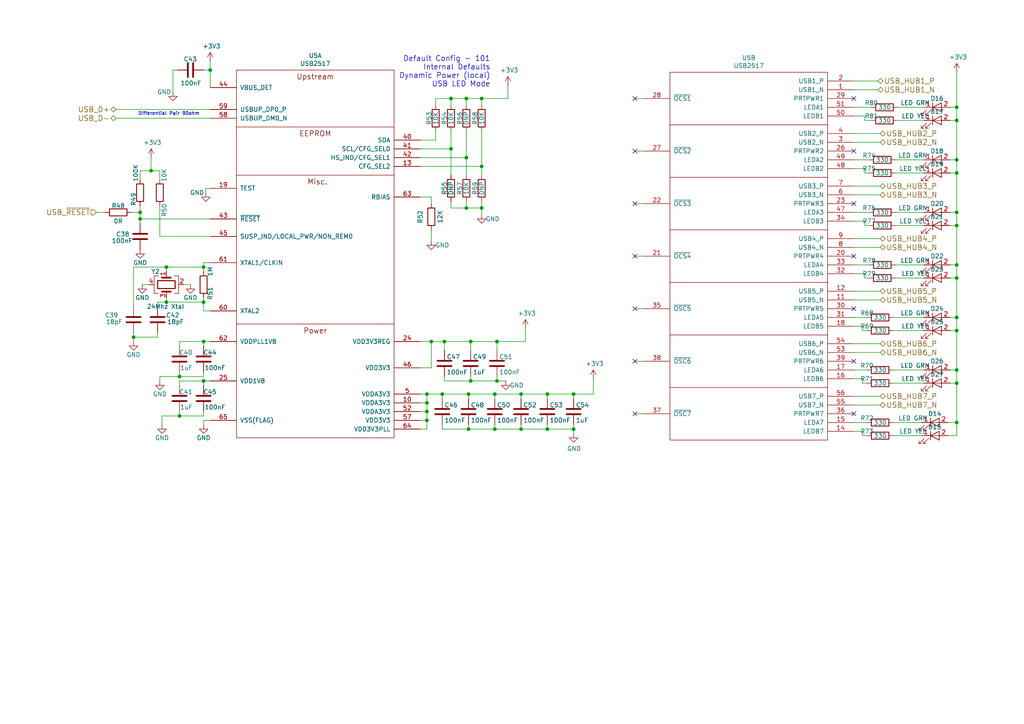
<source format=kicad_sch>
(kicad_sch (version 20211123) (generator eeschema)
  (paper "A4")
  (title_block (title "63HP HILTOP Backplane") (date "2021-02-04") (rev "C") (company "Devtank Ltd"))
  (lib_symbols
    (symbol "Device:Crystal_GND24" (pin_names (offset 1.016) hide)
      (property "Reference" "Y" (at 3.175 5.08 0))
      (property "Value" "Crystal_GND24" (at 3.175 3.175 0))
      (symbol "Crystal_GND24_0_1"
        (rectangle (start -1.143 2.54) (end 1.143 -2.54) (stroke (width 0.3048)))
        (polyline (pts (xy -2.54 0) (xy -2.032 0)))
        (polyline (pts (xy -2.032 -1.27) (xy -2.032 1.27)) (stroke (width 0.508)))
        (polyline (pts (xy 0 -3.81) (xy 0 -3.556)))
        (polyline (pts (xy 0 3.556) (xy 0 3.81)))
        (polyline (pts (xy 2.032 -1.27) (xy 2.032 1.27)) (stroke (width 0.508)))
        (polyline (pts (xy 2.032 0) (xy 2.54 0)))
        (polyline (pts (xy -2.54 -2.286) (xy -2.54 -3.556) (xy 2.54 -3.556) (xy 2.54 -2.286)))
        (polyline (pts (xy -2.54 2.286) (xy -2.54 3.556) (xy 2.54 3.556) (xy 2.54 2.286)))
      )
      (symbol "Crystal_GND24_1_1"
        (pin passive line (at -3.81 0 0) (length 1.27) (name "1") (number "1"))
        (pin passive line (at 0 5.08 270) (length 1.27) (name "2") (number "2"))
        (pin passive line (at 3.81 0 180) (length 1.27) (name "3") (number "3"))
        (pin passive line (at 0 -5.08 90) (length 1.27) (name "4") (number "4"))
      )
    )
    (symbol "hiltop_backplane_brd-rescue:C-device-hiltop_backplane_brd-rescue" (pin_numbers hide) (pin_names (offset 0.254))
      (property "Reference" "C" (at 0.635 2.54 0))
      (property "Value" "C-device-hiltop_backplane_brd-rescue" (at 0.635 -2.54 0))
      (symbol "C-device-hiltop_backplane_brd-rescue_0_1"
        (polyline (pts (xy -2.032 -0.762) (xy 2.032 -0.762)) (stroke (width 0.508)))
        (polyline (pts (xy -2.032 0.762) (xy 2.032 0.762)) (stroke (width 0.508)))
      )
      (symbol "C-device-hiltop_backplane_brd-rescue_1_1"
        (pin passive line (at 0 3.81 270) (length 2.794) (name "~") (number "1"))
        (pin passive line (at 0 -3.81 90) (length 2.794) (name "~") (number "2"))
      )
    )
    (symbol "hiltop_backplane_brd-rescue:LED-device-hiltop_backplane_brd-rescue" (pin_names (offset 1.016) hide)
      (property "Reference" "D" (at 0 2.54 0))
      (property "Value" "LED-device-hiltop_backplane_brd-rescue" (at 0 -2.54 0))
      (symbol "LED-device-hiltop_backplane_brd-rescue_0_1"
        (polyline (pts (xy -1.27 -1.27) (xy -1.27 1.27)) (stroke (width 0.2032)))
        (polyline (pts (xy -1.27 0) (xy 1.27 0)))
        (polyline (pts (xy 1.27 -1.27) (xy 1.27 1.27) (xy -1.27 0) (xy 1.27 -1.27)) (stroke (width 0.2032)))
        (polyline (pts (xy -3.048 -0.762) (xy -4.572 -2.286) (xy -3.81 -2.286) (xy -4.572 -2.286) (xy -4.572 -1.524)))
        (polyline (pts (xy -1.778 -0.762) (xy -3.302 -2.286) (xy -2.54 -2.286) (xy -3.302 -2.286) (xy -3.302 -1.524)))
      )
      (symbol "LED-device-hiltop_backplane_brd-rescue_1_1"
        (pin passive line (at -3.81 0 0) (length 2.54) (name "K") (number "1"))
        (pin passive line (at 3.81 0 180) (length 2.54) (name "A") (number "2"))
      )
    )
    (symbol "hiltop_backplane_brd-rescue:R-device-hiltop_backplane_brd-rescue" (pin_numbers hide) (pin_names (offset 0))
      (property "Reference" "R" (at 2.032 0 90))
      (property "Value" "R-device-hiltop_backplane_brd-rescue" (at 0 0 90))
      (symbol "R-device-hiltop_backplane_brd-rescue_0_1"
        (rectangle (start -1.016 -2.54) (end 1.016 2.54) (stroke (width 0.254)))
      )
      (symbol "R-device-hiltop_backplane_brd-rescue_1_1"
        (pin passive line (at 0 3.81 270) (length 1.27) (name "~") (number "1"))
        (pin passive line (at 0 -3.81 90) (length 1.27) (name "~") (number "2"))
      )
    )
    (symbol "hiltop_backplane_brd-rescue:USB2517-Devtank-hiltop_backplane_brd-rescue" (pin_names (offset 1.016))
      (property "Reference" "U" (at -20.955 -61.595 0))
      (property "Value" "USB2517-Devtank-hiltop_backplane_brd-rescue" (at 18.415 -61.595 0))
      (symbol "USB2517-Devtank-hiltop_backplane_brd-rescue_1_0"
        (rectangle (start -22.86 -59.69) (end 22.86 46.99))
        (polyline (pts (xy -22.86 -26.67) (xy 22.86 -26.67)))
        (polyline (pts (xy -22.86 16.51) (xy 22.86 16.51)))
        (text "EEPROM" (at 0 28.575 0) (effects (font (size 1.524 1.524))))
        (text "Misc." (at 0.635 14.605 0) (effects (font (size 1.524 1.524))))
        (text "Power" (at 0 -28.575 0) (effects (font (size 1.524 1.524))))
        (text "Upstream" (at 0 45.085 0) (effects (font (size 1.524 1.524))))
      )
      (symbol "USB2517-Devtank-hiltop_backplane_brd-rescue_1_1"
        (polyline (pts (xy -22.86 30.48) (xy 22.86 30.48)))
        (pin input line (at 30.48 -49.53 180) (length 7.62) (name "VDDA3V3") (number "10"))
        (pin input line (at 30.48 19.05 180) (length 7.62) (name "CFG_SEL2") (number "13"))
        (pin input line (at -30.48 12.7 0) (length 7.62) (name "TEST") (number "19"))
        (pin input line (at 30.48 -31.75 180) (length 7.62) (name "VDD3V3REG") (number "24"))
        (pin input line (at -30.48 -43.18 0) (length 7.62) (name "VDD1V8") (number "25"))
        (pin bidirectional line (at 30.48 26.67 180) (length 7.62) (name "SDA") (number "40"))
        (pin bidirectional line (at 30.48 24.13 180) (length 7.62) (name "SCL/CFG_SEL0") (number "41"))
        (pin input line (at 30.48 21.59 180) (length 7.62) (name "HS_IND/CFG_SEL1") (number "42"))
        (pin input line (at -30.48 3.81 0) (length 7.62) (name "~{RESET}") (number "43"))
        (pin input line (at -30.48 41.91 0) (length 7.62) (name "VBUS_DET") (number "44"))
        (pin input line (at -30.48 -1.27 0) (length 7.62) (name "SUSP_IND/LOCAL_PWR/NON_REM0") (number "45"))
        (pin input line (at 30.48 -39.37 180) (length 7.62) (name "VDD3V3") (number "46"))
        (pin input line (at 30.48 -46.99 180) (length 7.62) (name "VDDA3V3") (number "5"))
        (pin input line (at 30.48 -52.07 180) (length 7.62) (name "VDDA3V3") (number "52"))
        (pin input line (at 30.48 -54.61 180) (length 7.62) (name "VDD3V3") (number "57"))
        (pin input line (at -30.48 33.02 0) (length 7.62) (name "USBUP_DM0_N") (number "58"))
        (pin input line (at -30.48 35.56 0) (length 7.62) (name "USBUP_DP0_P") (number "59"))
        (pin bidirectional line (at -30.48 -22.86 0) (length 7.62) (name "XTAL2") (number "60"))
        (pin bidirectional line (at -30.48 -8.89 0) (length 7.62) (name "XTAL1/CLKIN") (number "61"))
        (pin input line (at -30.48 -31.75 0) (length 7.62) (name "VDDPLL1V8") (number "62"))
        (pin input line (at 30.48 10.16 180) (length 7.62) (name "RBIAS") (number "63"))
        (pin input line (at 30.48 -57.15 180) (length 7.62) (name "VDD3V3PLL") (number "64"))
        (pin input line (at -30.48 -54.61 0) (length 7.62) (name "VSS(FLAG)") (number "65"))
      )
      (symbol "USB2517-Devtank-hiltop_backplane_brd-rescue_2_0"
        (rectangle (start -22.86 -59.69) (end 22.86 46.99))
        (polyline (pts (xy 22.86 -44.45) (xy -22.86 -44.45)))
        (polyline (pts (xy 22.86 -29.21) (xy -22.86 -29.21)))
        (polyline (pts (xy 22.86 -13.97) (xy -22.86 -13.97)))
        (polyline (pts (xy 22.86 1.27) (xy -22.86 1.27)))
        (polyline (pts (xy 22.86 16.51) (xy -22.86 16.51)))
        (polyline (pts (xy 22.86 31.75) (xy -22.86 31.75)))
      )
      (symbol "USB2517-Devtank-hiltop_backplane_brd-rescue_2_1"
        (pin bidirectional line (at 30.48 41.91 180) (length 7.62) (name "USB1_N") (number "1"))
        (pin bidirectional line (at 30.48 -19.05 180) (length 7.62) (name "USB5_N") (number "11"))
        (pin bidirectional line (at 30.48 -16.51 180) (length 7.62) (name "USB5_P") (number "12"))
        (pin output line (at 30.48 -57.15 180) (length 7.62) (name "LEDB7") (number "14"))
        (pin output line (at 30.48 -54.61 180) (length 7.62) (name "LEDA7") (number "15"))
        (pin output line (at 30.48 -41.91 180) (length 7.62) (name "LEDB6") (number "16"))
        (pin output line (at 30.48 -39.37 180) (length 7.62) (name "LEDA6") (number "17"))
        (pin output line (at 30.48 -26.67 180) (length 7.62) (name "LEDB5") (number "18"))
        (pin bidirectional line (at 30.48 44.45 180) (length 7.62) (name "USB1_P") (number "2"))
        (pin input line (at 30.48 -6.35 180) (length 7.62) (name "PRTPWR4") (number "20"))
        (pin input line (at -30.48 -6.35 0) (length 7.62) (name "~{OCS4}") (number "21"))
        (pin input line (at -30.48 8.89 0) (length 7.62) (name "~{OCS3}") (number "22"))
        (pin input line (at 30.48 8.89 180) (length 7.62) (name "PRTPWR3") (number "23"))
        (pin input line (at 30.48 24.13 180) (length 7.62) (name "PRTPWR2") (number "26"))
        (pin input line (at -30.48 24.13 0) (length 7.62) (name "~{OCS2}") (number "27"))
        (pin input line (at -30.48 39.37 0) (length 7.62) (name "~{OCS1}") (number "28"))
        (pin input line (at 30.48 39.37 180) (length 7.62) (name "PRTPWR1") (number "29"))
        (pin bidirectional line (at 30.48 26.67 180) (length 7.62) (name "USB2_N") (number "3"))
        (pin input line (at 30.48 -21.59 180) (length 7.62) (name "PRTPWR5") (number "30"))
        (pin output line (at 30.48 -24.13 180) (length 7.62) (name "LEDA5") (number "31"))
        (pin output line (at 30.48 -11.43 180) (length 7.62) (name "LEDB4") (number "32"))
        (pin output line (at 30.48 -8.89 180) (length 7.62) (name "LEDA4") (number "33"))
        (pin output line (at 30.48 3.81 180) (length 7.62) (name "LEDB3") (number "34"))
        (pin input line (at -30.48 -21.59 0) (length 7.62) (name "~{OSC5}") (number "35"))
        (pin input line (at 30.48 -52.07 180) (length 7.62) (name "PRTPWR7") (number "36"))
        (pin input line (at -30.48 -52.07 0) (length 7.62) (name "~{OSC7}") (number "37"))
        (pin input line (at -30.48 -36.83 0) (length 7.62) (name "~{OSC6}") (number "38"))
        (pin input line (at 30.48 -36.83 180) (length 7.62) (name "PRTPWR6") (number "39"))
        (pin bidirectional line (at 30.48 29.21 180) (length 7.62) (name "USB2_P") (number "4"))
        (pin output line (at 30.48 6.35 180) (length 7.62) (name "LEDA3") (number "47"))
        (pin output line (at 30.48 19.05 180) (length 7.62) (name "LEDB2") (number "48"))
        (pin output line (at 30.48 21.59 180) (length 7.62) (name "LEDA2") (number "49"))
        (pin output line (at 30.48 34.29 180) (length 7.62) (name "LEDB1") (number "50"))
        (pin output line (at 30.48 36.83 180) (length 7.62) (name "LEDA1") (number "51"))
        (pin bidirectional line (at 30.48 -34.29 180) (length 7.62) (name "USB6_N") (number "53"))
        (pin bidirectional line (at 30.48 -31.75 180) (length 7.62) (name "USB6_P") (number "54"))
        (pin bidirectional line (at 30.48 -49.53 180) (length 7.62) (name "USB7_N") (number "55"))
        (pin bidirectional line (at 30.48 -46.99 180) (length 7.62) (name "USB7_P") (number "56"))
        (pin bidirectional line (at 30.48 11.43 180) (length 7.62) (name "USB3_N") (number "6"))
        (pin bidirectional line (at 30.48 13.97 180) (length 7.62) (name "USB3_P") (number "7"))
        (pin bidirectional line (at 30.48 -3.81 180) (length 7.62) (name "USB4_N") (number "8"))
        (pin bidirectional line (at 30.48 -1.27 180) (length 7.62) (name "USB4_P") (number "9"))
      )
    )
    (symbol "power:+3V3" (power) (pin_names (offset 0))
      (property "Value" "+3V3" (at 0 3.556 0))
      (symbol "+3V3_0_1"
        (polyline (pts (xy -0.762 1.27) (xy 0 2.54)))
        (polyline (pts (xy 0 0) (xy 0 2.54)))
        (polyline (pts (xy 0 2.54) (xy 0.762 1.27)))
      )
      (symbol "+3V3_1_1"
        (pin power_in line (at 0 0 90) (length 0) hide (name "+3V3") (number "1"))
      )
    )
    (symbol "power:GND" (power) (pin_names (offset 0))
      (property "Value" "GND" (at 0 -3.81 0))
      (symbol "GND_0_1"
        (polyline (pts (xy 0 0) (xy 0 -1.27) (xy 1.27 -1.27) (xy 0 -2.54) (xy -1.27 -1.27) (xy 0 -1.27)))
      )
      (symbol "GND_1_1"
        (pin power_in line (at 0 0 270) (length 0) hide (name "GND") (number "1"))
      )
    )
  )
  (junction (at 59.055 110.49))
  (junction (at 59.055 77.47))
  (junction (at 143.51 114.3))
  (junction (at 40.64 63.5))
  (junction (at 52.07 120.65))
  (junction (at 128.27 114.3))
  (junction (at 59.055 87.63))
  (junction (at 136.525 99.06))
  (junction (at 135.89 124.46))
  (junction (at 277.495 80.645))
  (junction (at 125.095 99.06))
  (junction (at 48.26 87.63))
  (junction (at 277.495 92.075))
  (junction (at 135.255 45.72))
  (junction (at 136.525 110.49))
  (junction (at 139.7 48.26))
  (junction (at 166.37 114.3))
  (junction (at 151.13 114.3))
  (junction (at 143.51 124.46))
  (junction (at 277.495 107.315))
  (junction (at 130.81 43.18))
  (junction (at 139.7 60.325))
  (junction (at 151.13 124.46))
  (junction (at 135.255 28.575))
  (junction (at 158.75 114.3))
  (junction (at 277.495 76.835))
  (junction (at 52.07 109.22))
  (junction (at 59.055 99.06))
  (junction (at 48.26 77.47))
  (junction (at 123.825 121.92))
  (junction (at 277.495 65.405))
  (junction (at 277.495 34.925))
  (junction (at 43.815 49.53))
  (junction (at 123.825 116.84))
  (junction (at 130.81 28.575))
  (junction (at 144.145 110.49))
  (junction (at 40.64 61.595))
  (junction (at 123.825 114.3))
  (junction (at 139.7 28.575))
  (junction (at 277.495 95.885))
  (junction (at 166.37 124.46))
  (junction (at 128.905 99.06))
  (junction (at 277.495 122.555))
  (junction (at 38.735 97.79))
  (junction (at 158.75 124.46))
  (junction (at 277.495 46.355))
  (junction (at 60.96 20.32))
  (junction (at 135.89 114.3))
  (junction (at 144.145 99.06))
  (junction (at 277.495 61.595))
  (junction (at 277.495 31.115))
  (junction (at 135.255 60.325))
  (junction (at 277.495 111.125))
  (junction (at 277.495 50.165))
  (junction (at 123.825 119.38))
  (no_connect (at 247.65 43.815))
  (no_connect (at 184.15 120.015))
  (no_connect (at 247.65 74.295))
  (no_connect (at 184.15 104.775))
  (no_connect (at 247.65 89.535))
  (no_connect (at 247.65 59.055))
  (no_connect (at 247.65 104.775))
  (no_connect (at 184.15 59.055))
  (no_connect (at 184.15 74.295))
  (no_connect (at 184.15 43.815))
  (no_connect (at 247.65 120.015))
  (no_connect (at 184.15 89.535))
  (no_connect (at 247.65 28.575))
  (no_connect (at 184.15 28.575))
  (wire (pts (xy 59.055 120.65) (xy 52.07 120.65)))
  (wire (pts (xy 59.055 100.33) (xy 59.055 99.06)))
  (wire (pts (xy 250.825 33.655) (xy 250.825 34.925)))
  (wire (pts (xy 126.365 30.48) (xy 126.365 28.575)))
  (wire (pts (xy 247.65 122.555) (xy 251.46 122.555)))
  (wire (pts (xy 139.7 48.26) (xy 139.7 38.1)))
  (wire (pts (xy 277.495 95.885) (xy 277.495 107.315)))
  (wire (pts (xy 38.735 99.06) (xy 38.735 97.79)))
  (wire (pts (xy 128.27 115.57) (xy 128.27 114.3)))
  (wire (pts (xy 275.59 50.165) (xy 277.495 50.165)))
  (wire (pts (xy 60.96 90.17) (xy 59.055 90.17)))
  (wire (pts (xy 139.7 60.325) (xy 139.7 58.42)))
  (wire (pts (xy 52.07 109.22) (xy 52.07 107.95)))
  (wire (pts (xy 247.65 61.595) (xy 252.095 61.595)))
  (wire (pts (xy 158.75 124.46) (xy 166.37 124.46)))
  (wire (pts (xy 147.32 24.765) (xy 147.32 28.575)))
  (wire (pts (xy 52.07 110.49) (xy 52.07 111.76)))
  (wire (pts (xy 151.13 114.3) (xy 158.75 114.3)))
  (wire (pts (xy 247.65 86.995) (xy 255.27 86.995)))
  (wire (pts (xy 184.15 28.575) (xy 186.69 28.575)))
  (wire (pts (xy 247.65 107.315) (xy 251.46 107.315)))
  (wire (pts (xy 59.055 99.06) (xy 60.96 99.06)))
  (wire (pts (xy 128.27 124.46) (xy 135.89 124.46)))
  (wire (pts (xy 247.65 114.935) (xy 255.27 114.935)))
  (wire (pts (xy 130.81 28.575) (xy 135.255 28.575)))
  (wire (pts (xy 130.81 58.42) (xy 130.81 60.325)))
  (wire (pts (xy 59.055 119.38) (xy 59.055 120.65)))
  (wire (pts (xy 275.59 92.075) (xy 277.495 92.075)))
  (wire (pts (xy 259.715 46.355) (xy 267.97 46.355)))
  (wire (pts (xy 38.735 77.47) (xy 48.26 77.47)))
  (wire (pts (xy 247.65 99.695) (xy 255.27 99.695)))
  (wire (pts (xy 151.13 123.19) (xy 151.13 124.46)))
  (wire (pts (xy 60.96 121.92) (xy 59.055 121.92)))
  (wire (pts (xy 123.825 114.3) (xy 128.27 114.3)))
  (wire (pts (xy 277.495 31.115) (xy 277.495 34.925)))
  (wire (pts (xy 247.65 94.615) (xy 250.19 94.615)))
  (wire (pts (xy 250.825 79.375) (xy 250.825 80.645)))
  (wire (pts (xy 260.35 34.925) (xy 267.97 34.925)))
  (wire (pts (xy 259.715 50.165) (xy 267.97 50.165)))
  (wire (pts (xy 123.825 119.38) (xy 123.825 116.84)))
  (wire (pts (xy 259.08 95.885) (xy 267.97 95.885)))
  (wire (pts (xy 259.08 92.075) (xy 267.97 92.075)))
  (wire (pts (xy 250.825 65.405) (xy 252.095 65.405)))
  (wire (pts (xy 126.365 40.64) (xy 126.365 38.1)))
  (wire (pts (xy 125.095 106.68) (xy 121.92 106.68)))
  (wire (pts (xy 121.92 124.46) (xy 123.825 124.46)))
  (wire (pts (xy 59.69 54.61) (xy 59.69 55.88)))
  (wire (pts (xy 50.165 26.67) (xy 50.165 20.32)))
  (wire (pts (xy 166.37 124.46) (xy 166.37 125.73)))
  (wire (pts (xy 46.355 49.53) (xy 43.815 49.53)))
  (wire (pts (xy 135.89 124.46) (xy 143.51 124.46)))
  (wire (pts (xy 247.65 125.095) (xy 250.19 125.095)))
  (wire (pts (xy 247.65 84.455) (xy 255.27 84.455)))
  (wire (pts (xy 40.64 64.77) (xy 40.64 63.5)))
  (wire (pts (xy 40.64 49.53) (xy 40.64 52.07)))
  (wire (pts (xy 125.095 99.06) (xy 125.095 106.68)))
  (wire (pts (xy 144.145 99.06) (xy 152.4 99.06)))
  (wire (pts (xy 139.7 48.26) (xy 139.7 50.8)))
  (wire (pts (xy 60.96 68.58) (xy 46.355 68.58)))
  (wire (pts (xy 121.92 48.26) (xy 139.7 48.26)))
  (wire (pts (xy 121.92 121.92) (xy 123.825 121.92)))
  (wire (pts (xy 46.355 109.22) (xy 46.355 110.49)))
  (wire (pts (xy 130.81 60.325) (xy 135.255 60.325)))
  (wire (pts (xy 247.65 53.975) (xy 255.27 53.975)))
  (wire (pts (xy 135.89 115.57) (xy 135.89 114.3)))
  (wire (pts (xy 158.75 123.19) (xy 158.75 124.46)))
  (wire (pts (xy 275.59 31.115) (xy 277.495 31.115)))
  (wire (pts (xy 275.59 76.835) (xy 277.495 76.835)))
  (wire (pts (xy 151.13 115.57) (xy 151.13 114.3)))
  (wire (pts (xy 45.72 87.63) (xy 48.26 87.63)))
  (wire (pts (xy 250.19 95.885) (xy 251.46 95.885)))
  (wire (pts (xy 128.27 123.19) (xy 128.27 124.46)))
  (wire (pts (xy 259.715 80.645) (xy 267.97 80.645)))
  (wire (pts (xy 48.26 87.63) (xy 59.055 87.63)))
  (wire (pts (xy 250.19 111.125) (xy 251.46 111.125)))
  (wire (pts (xy 277.495 80.645) (xy 277.495 76.835)))
  (wire (pts (xy 275.59 65.405) (xy 277.495 65.405)))
  (wire (pts (xy 135.255 45.72) (xy 135.255 38.1)))
  (wire (pts (xy 45.72 96.52) (xy 45.72 97.79)))
  (wire (pts (xy 250.19 94.615) (xy 250.19 95.885)))
  (wire (pts (xy 277.495 50.165) (xy 277.495 46.355)))
  (wire (pts (xy 135.255 28.575) (xy 139.7 28.575)))
  (wire (pts (xy 135.255 30.48) (xy 135.255 28.575)))
  (wire (pts (xy 143.51 123.19) (xy 143.51 124.46)))
  (wire (pts (xy 259.715 65.405) (xy 267.97 65.405)))
  (wire (pts (xy 250.19 109.855) (xy 250.19 111.125)))
  (wire (pts (xy 259.08 107.315) (xy 267.97 107.315)))
  (wire (pts (xy 250.825 34.925) (xy 252.73 34.925)))
  (wire (pts (xy 184.15 43.815) (xy 186.69 43.815)))
  (wire (pts (xy 125.095 66.675) (xy 125.095 69.85)))
  (wire (pts (xy 121.92 99.06) (xy 125.095 99.06)))
  (wire (pts (xy 59.055 20.32) (xy 60.96 20.32)))
  (wire (pts (xy 60.96 17.78) (xy 60.96 20.32)))
  (wire (pts (xy 128.905 109.22) (xy 128.905 110.49)))
  (wire (pts (xy 259.08 111.125) (xy 267.97 111.125)))
  (wire (pts (xy 247.65 76.835) (xy 252.095 76.835)))
  (wire (pts (xy 38.1 61.595) (xy 40.64 61.595)))
  (wire (pts (xy 247.65 109.855) (xy 250.19 109.855)))
  (wire (pts (xy 59.055 110.49) (xy 59.055 111.76)))
  (wire (pts (xy 128.905 99.06) (xy 128.905 101.6)))
  (wire (pts (xy 128.27 114.3) (xy 135.89 114.3)))
  (wire (pts (xy 59.055 107.95) (xy 59.055 109.22)))
  (wire (pts (xy 277.495 80.645) (xy 277.495 92.075)))
  (wire (pts (xy 43.815 45.72) (xy 43.815 49.53)))
  (wire (pts (xy 52.07 100.33) (xy 52.07 99.06)))
  (wire (pts (xy 247.65 56.515) (xy 255.27 56.515)))
  (wire (pts (xy 275.59 46.355) (xy 277.495 46.355)))
  (wire (pts (xy 123.825 116.84) (xy 123.825 114.3)))
  (wire (pts (xy 277.495 34.925) (xy 275.59 34.925)))
  (wire (pts (xy 48.26 86.36) (xy 48.26 87.63)))
  (wire (pts (xy 40.64 61.595) (xy 40.64 59.69)))
  (wire (pts (xy 247.65 26.035) (xy 254.635 26.035)))
  (wire (pts (xy 277.495 61.595) (xy 277.495 50.165)))
  (wire (pts (xy 166.37 114.3) (xy 172.085 114.3)))
  (wire (pts (xy 250.19 125.095) (xy 250.19 126.365)))
  (wire (pts (xy 136.525 110.49) (xy 144.145 110.49)))
  (wire (pts (xy 260.35 31.115) (xy 267.97 31.115)))
  (wire (pts (xy 130.81 43.18) (xy 130.81 50.8)))
  (wire (pts (xy 250.825 80.645) (xy 252.095 80.645)))
  (wire (pts (xy 275.59 107.315) (xy 277.495 107.315)))
  (wire (pts (xy 247.65 117.475) (xy 255.27 117.475)))
  (wire (pts (xy 121.92 119.38) (xy 123.825 119.38)))
  (wire (pts (xy 59.055 109.22) (xy 52.07 109.22)))
  (wire (pts (xy 277.495 46.355) (xy 277.495 34.925)))
  (wire (pts (xy 277.495 76.835) (xy 277.495 65.405)))
  (wire (pts (xy 136.525 101.6) (xy 136.525 99.06)))
  (wire (pts (xy 60.96 76.2) (xy 59.055 76.2)))
  (wire (pts (xy 247.65 41.275) (xy 255.27 41.275)))
  (wire (pts (xy 135.89 123.19) (xy 135.89 124.46)))
  (wire (pts (xy 277.495 65.405) (xy 277.495 61.595)))
  (wire (pts (xy 277.495 20.955) (xy 277.495 31.115)))
  (wire (pts (xy 247.65 31.115) (xy 252.73 31.115)))
  (wire (pts (xy 247.65 48.895) (xy 250.825 48.895)))
  (wire (pts (xy 130.81 43.18) (xy 130.81 38.1)))
  (wire (pts (xy 121.92 57.15) (xy 125.095 57.15)))
  (wire (pts (xy 247.65 79.375) (xy 250.825 79.375)))
  (wire (pts (xy 172.085 109.855) (xy 172.085 114.3)))
  (wire (pts (xy 38.735 77.47) (xy 38.735 88.9)))
  (wire (pts (xy 158.75 115.57) (xy 158.75 114.3)))
  (wire (pts (xy 59.055 77.47) (xy 59.055 78.74)))
  (wire (pts (xy 53.34 82.55) (xy 55.245 82.55)))
  (wire (pts (xy 139.7 62.23) (xy 139.7 60.325)))
  (wire (pts (xy 184.15 89.535) (xy 186.69 89.535)))
  (wire (pts (xy 125.095 99.06) (xy 128.905 99.06)))
  (wire (pts (xy 135.255 45.72) (xy 135.255 50.8)))
  (wire (pts (xy 277.495 92.075) (xy 277.495 95.885)))
  (wire (pts (xy 259.08 126.365) (xy 267.335 126.365)))
  (wire (pts (xy 259.715 76.835) (xy 267.97 76.835)))
  (wire (pts (xy 158.75 114.3) (xy 166.37 114.3)))
  (wire (pts (xy 184.15 104.775) (xy 186.69 104.775)))
  (wire (pts (xy 130.81 30.48) (xy 130.81 28.575)))
  (wire (pts (xy 52.07 120.65) (xy 52.07 119.38)))
  (wire (pts (xy 33.655 34.29) (xy 60.96 34.29)))
  (wire (pts (xy 60.96 63.5) (xy 40.64 63.5)))
  (wire (pts (xy 139.7 28.575) (xy 139.7 30.48)))
  (wire (pts (xy 247.65 92.075) (xy 251.46 92.075)))
  (wire (pts (xy 121.92 45.72) (xy 135.255 45.72)))
  (wire (pts (xy 184.15 120.015) (xy 186.69 120.015)))
  (wire (pts (xy 59.055 87.63) (xy 59.055 90.17)))
  (wire (pts (xy 46.355 68.58) (xy 46.355 59.69)))
  (wire (pts (xy 46.355 52.07) (xy 46.355 49.53)))
  (wire (pts (xy 247.65 33.655) (xy 250.825 33.655)))
  (wire (pts (xy 275.59 61.595) (xy 277.495 61.595)))
  (wire (pts (xy 184.15 59.055) (xy 186.69 59.055)))
  (wire (pts (xy 60.96 110.49) (xy 59.055 110.49)))
  (wire (pts (xy 30.48 61.595) (xy 27.94 61.595)))
  (wire (pts (xy 52.07 99.06) (xy 59.055 99.06)))
  (wire (pts (xy 41.275 82.55) (xy 43.18 82.55)))
  (wire (pts (xy 45.72 88.9) (xy 45.72 87.63)))
  (wire (pts (xy 126.365 28.575) (xy 130.81 28.575)))
  (wire (pts (xy 144.145 110.49) (xy 144.145 109.22)))
  (wire (pts (xy 38.735 97.79) (xy 38.735 96.52)))
  (wire (pts (xy 151.13 124.46) (xy 158.75 124.46)))
  (wire (pts (xy 135.89 114.3) (xy 143.51 114.3)))
  (wire (pts (xy 259.08 122.555) (xy 267.335 122.555)))
  (wire (pts (xy 250.825 64.135) (xy 250.825 65.405)))
  (wire (pts (xy 166.37 114.3) (xy 166.37 115.57)))
  (wire (pts (xy 143.51 115.57) (xy 143.51 114.3)))
  (wire (pts (xy 250.825 50.165) (xy 252.095 50.165)))
  (wire (pts (xy 121.92 116.84) (xy 123.825 116.84)))
  (wire (pts (xy 50.165 20.32) (xy 51.435 20.32)))
  (wire (pts (xy 166.37 124.46) (xy 166.37 123.19)))
  (wire (pts (xy 45.72 97.79) (xy 38.735 97.79)))
  (wire (pts (xy 274.955 126.365) (xy 277.495 126.365)))
  (wire (pts (xy 184.15 74.295) (xy 186.69 74.295)))
  (wire (pts (xy 123.825 124.46) (xy 123.825 121.92)))
  (wire (pts (xy 60.96 54.61) (xy 59.69 54.61)))
  (wire (pts (xy 136.525 109.22) (xy 136.525 110.49)))
  (wire (pts (xy 135.255 60.325) (xy 139.7 60.325)))
  (wire (pts (xy 121.92 114.3) (xy 123.825 114.3)))
  (wire (pts (xy 46.99 120.65) (xy 46.99 123.19)))
  (wire (pts (xy 59.055 110.49) (xy 52.07 110.49)))
  (wire (pts (xy 146.685 110.49) (xy 144.145 110.49)))
  (wire (pts (xy 33.655 31.75) (xy 60.96 31.75)))
  (wire (pts (xy 247.65 64.135) (xy 250.825 64.135)))
  (wire (pts (xy 275.59 80.645) (xy 277.495 80.645)))
  (wire (pts (xy 139.7 28.575) (xy 147.32 28.575)))
  (wire (pts (xy 128.905 99.06) (xy 136.525 99.06)))
  (wire (pts (xy 277.495 107.315) (xy 277.495 111.125)))
  (wire (pts (xy 247.65 46.355) (xy 252.095 46.355)))
  (wire (pts (xy 59.055 121.92) (xy 59.055 123.19)))
  (wire (pts (xy 247.65 38.735) (xy 255.27 38.735)))
  (wire (pts (xy 250.19 126.365) (xy 251.46 126.365)))
  (wire (pts (xy 250.825 48.895) (xy 250.825 50.165)))
  (wire (pts (xy 59.055 76.2) (xy 59.055 77.47)))
  (wire (pts (xy 121.92 40.64) (xy 126.365 40.64)))
  (wire (pts (xy 275.59 95.885) (xy 277.495 95.885)))
  (wire (pts (xy 46.355 109.22) (xy 52.07 109.22)))
  (wire (pts (xy 59.055 86.36) (xy 59.055 87.63)))
  (wire (pts (xy 136.525 99.06) (xy 144.145 99.06)))
  (wire (pts (xy 121.92 43.18) (xy 130.81 43.18)))
  (wire (pts (xy 274.955 122.555) (xy 277.495 122.555)))
  (wire (pts (xy 125.095 57.15) (xy 125.095 59.055)))
  (wire (pts (xy 277.495 122.555) (xy 277.495 111.125)))
  (wire (pts (xy 144.145 99.06) (xy 144.145 101.6)))
  (wire (pts (xy 247.65 23.495) (xy 254.635 23.495)))
  (wire (pts (xy 128.905 110.49) (xy 136.525 110.49)))
  (wire (pts (xy 247.65 71.755) (xy 255.27 71.755)))
  (wire (pts (xy 40.64 63.5) (xy 40.64 61.595)))
  (wire (pts (xy 48.26 77.47) (xy 59.055 77.47)))
  (wire (pts (xy 152.4 95.25) (xy 152.4 99.06)))
  (wire (pts (xy 43.815 49.53) (xy 40.64 49.53)))
  (wire (pts (xy 52.07 120.65) (xy 46.99 120.65)))
  (wire (pts (xy 48.26 78.74) (xy 48.26 77.47)))
  (wire (pts (xy 277.495 126.365) (xy 277.495 122.555)))
  (wire (pts (xy 123.825 121.92) (xy 123.825 119.38)))
  (wire (pts (xy 143.51 124.46) (xy 151.13 124.46)))
  (wire (pts (xy 143.51 114.3) (xy 151.13 114.3)))
  (wire (pts (xy 247.65 102.235) (xy 255.27 102.235)))
  (wire (pts (xy 259.715 61.595) (xy 267.97 61.595)))
  (wire (pts (xy 60.96 20.32) (xy 60.96 25.4)))
  (wire (pts (xy 135.255 58.42) (xy 135.255 60.325)))
  (wire (pts (xy 247.65 69.215) (xy 255.27 69.215)))
  (wire (pts (xy 275.59 111.125) (xy 277.495 111.125)))
  (text "Differential Pair 90ohm" (at 40.005 33.655 0) (effects (font (size 0.9906 0.9906)) (justify left bottom)))
  (text "Default Config - 101\nInternal Defaults\nDynamic Power (local)\nUSB LED Mode" (at 142.24 25.4 0) (effects (font (size 1.524 1.524)) (justify right bottom)))
  (hierarchical_label "USB_HUB3_P" (shape bidirectional) (at 255.27 53.975 0) (effects (font (size 1.524 1.524))))
  (hierarchical_label "USB_HUB6_N" (shape bidirectional) (at 255.27 102.235 0) (effects (font (size 1.524 1.524))))
  (hierarchical_label "USB_HUB4_N" (shape bidirectional) (at 255.27 71.755 0) (effects (font (size 1.524 1.524))))
  (hierarchical_label "USB_HUB3_N" (shape bidirectional) (at 255.27 56.515 0) (effects (font (size 1.524 1.524))))
  (hierarchical_label "USB_D+" (shape bidirectional) (at 33.655 31.75 180) (effects (font (size 1.524 1.524))))
  (hierarchical_label "USB_HUB6_P" (shape bidirectional) (at 255.27 99.695 0) (effects (font (size 1.524 1.524))))
  (hierarchical_label "USB_HUB2_P" (shape bidirectional) (at 255.27 38.735 0) (effects (font (size 1.524 1.524))))
  (hierarchical_label "USB_HUB1_P" (shape bidirectional) (at 254.635 23.495 0) (effects (font (size 1.524 1.524))))
  (hierarchical_label "USB_~{RESET}" (shape input) (at 27.94 61.595 180) (effects (font (size 1.524 1.524))))
  (hierarchical_label "USB_HUB7_N" (shape bidirectional) (at 255.27 117.475 0) (effects (font (size 1.524 1.524))))
  (hierarchical_label "USB_HUB4_P" (shape bidirectional) (at 255.27 69.215 0) (effects (font (size 1.524 1.524))))
  (hierarchical_label "USB_HUB1_N" (shape bidirectional) (at 254.635 26.035 0) (effects (font (size 1.524 1.524))))
  (hierarchical_label "USB_HUB5_N" (shape bidirectional) (at 255.27 86.995 0) (effects (font (size 1.524 1.524))))
  (hierarchical_label "USB_HUB5_P" (shape bidirectional) (at 255.27 84.455 0) (effects (font (size 1.524 1.524))))
  (hierarchical_label "USB_HUB7_P" (shape bidirectional) (at 255.27 114.935 0) (effects (font (size 1.524 1.524))))
  (hierarchical_label "USB_D-" (shape bidirectional) (at 33.655 34.29 180) (effects (font (size 1.524 1.524))))
  (hierarchical_label "USB_HUB2_N" (shape bidirectional) (at 255.27 41.275 0) (effects (font (size 1.524 1.524))))
  (symbol (lib_id "hiltop_backplane_brd-rescue:USB2517-Devtank-hiltop_backplane_brd-rescue") (at 91.44 67.31 0) (unit 1)
    (property "Reference" "U5" (at 91.44 16.129 0))
    (property "Value" "USB2517" (at 91.44 18.4404 0))
    (property "Footprint" "Package_DFN_QFN:QFN-64-1EP_9x9mm_P0.5mm_EP4.7x4.7mm" (effects hide))
    (property "Datasheet" "DOCUMENTATION" (effects hide))
    (property "Devtank" "118-004" (effects hide))
  )
  (symbol (lib_id "hiltop_backplane_brd-rescue:LED-device-hiltop_backplane_brd-rescue") (at 271.78 31.115 0) (unit 1)
    (property "Reference" "D16" (at 271.78 28.575 0))
    (property "Value" "LED GRN" (at 265.43 29.845 0))
    (property "Footprint" "LED_SMD:LED_0402_1005Metric" (effects hide))
    (property "Devtank" "110-005" (effects hide))
  )
  (symbol (lib_id "hiltop_backplane_brd-rescue:LED-device-hiltop_backplane_brd-rescue") (at 271.78 34.925 0) (unit 1)
    (property "Reference" "D17" (at 271.78 32.385 0))
    (property "Value" "LED YEL" (at 265.43 33.655 0))
    (property "Footprint" "LED_SMD:LED_0402_1005Metric" (effects hide))
    (property "Devtank" "110-007" (effects hide))
  )
  (symbol (lib_id "hiltop_backplane_brd-rescue:LED-device-hiltop_backplane_brd-rescue") (at 271.78 46.355 0) (unit 1)
    (property "Reference" "D18" (at 271.78 43.815 0))
    (property "Value" "LED GRN" (at 264.795 45.085 0))
    (property "Footprint" "LED_SMD:LED_0402_1005Metric" (effects hide))
    (property "Devtank" "110-005" (effects hide))
  )
  (symbol (lib_id "hiltop_backplane_brd-rescue:LED-device-hiltop_backplane_brd-rescue") (at 271.78 50.165 0) (unit 1)
    (property "Reference" "D19" (at 271.78 47.625 0))
    (property "Value" "LED YEL" (at 264.795 48.895 0))
    (property "Footprint" "LED_SMD:LED_0402_1005Metric" (effects hide))
    (property "Devtank" "110-007" (effects hide))
  )
  (symbol (lib_id "hiltop_backplane_brd-rescue:LED-device-hiltop_backplane_brd-rescue") (at 271.78 61.595 0) (unit 1)
    (property "Reference" "D20" (at 271.78 59.055 0))
    (property "Value" "LED GRN" (at 264.795 60.325 0))
    (property "Footprint" "LED_SMD:LED_0402_1005Metric" (effects hide))
    (property "Devtank" "110-005" (effects hide))
  )
  (symbol (lib_id "hiltop_backplane_brd-rescue:LED-device-hiltop_backplane_brd-rescue") (at 271.78 65.405 0) (unit 1)
    (property "Reference" "D21" (at 271.78 62.865 0))
    (property "Value" "LED YEL" (at 264.795 64.135 0))
    (property "Footprint" "LED_SMD:LED_0402_1005Metric" (effects hide))
    (property "Devtank" "110-007" (effects hide))
  )
  (symbol (lib_id "hiltop_backplane_brd-rescue:LED-device-hiltop_backplane_brd-rescue") (at 271.78 76.835 0) (unit 1)
    (property "Reference" "D22" (at 271.78 74.295 0))
    (property "Value" "LED GRN" (at 265.43 75.565 0))
    (property "Footprint" "LED_SMD:LED_0402_1005Metric" (effects hide))
    (property "Devtank" "110-005" (effects hide))
  )
  (symbol (lib_id "hiltop_backplane_brd-rescue:LED-device-hiltop_backplane_brd-rescue") (at 271.78 80.645 0) (unit 1)
    (property "Reference" "D23" (at 271.78 78.105 0))
    (property "Value" "LED YEL" (at 265.43 79.375 0))
    (property "Footprint" "LED_SMD:LED_0402_1005Metric" (effects hide))
    (property "Devtank" "110-007" (effects hide))
  )
  (symbol (lib_id "hiltop_backplane_brd-rescue:LED-device-hiltop_backplane_brd-rescue") (at 271.78 92.075 0) (unit 1)
    (property "Reference" "D24" (at 271.78 89.535 0))
    (property "Value" "LED GRN" (at 265.43 90.805 0))
    (property "Footprint" "LED_SMD:LED_0402_1005Metric" (effects hide))
    (property "Devtank" "110-005" (effects hide))
  )
  (symbol (lib_id "hiltop_backplane_brd-rescue:LED-device-hiltop_backplane_brd-rescue") (at 271.78 95.885 0) (unit 1)
    (property "Reference" "D25" (at 271.78 93.345 0))
    (property "Value" "LED YEL" (at 265.43 94.615 0))
    (property "Footprint" "LED_SMD:LED_0402_1005Metric" (effects hide))
    (property "Devtank" "110-007" (effects hide))
  )
  (symbol (lib_id "hiltop_backplane_brd-rescue:LED-device-hiltop_backplane_brd-rescue") (at 271.78 107.315 0) (unit 1)
    (property "Reference" "D26" (at 271.78 104.775 0))
    (property "Value" "LED GRN" (at 265.43 106.045 0))
    (property "Footprint" "LED_SMD:LED_0402_1005Metric" (effects hide))
    (property "Devtank" "110-005" (effects hide))
  )
  (symbol (lib_id "hiltop_backplane_brd-rescue:LED-device-hiltop_backplane_brd-rescue") (at 271.78 111.125 0) (unit 1)
    (property "Reference" "D27" (at 271.78 108.585 0))
    (property "Value" "LED YEL" (at 265.43 109.855 0))
    (property "Footprint" "LED_SMD:LED_0402_1005Metric" (effects hide))
    (property "Devtank" "110-007" (effects hide))
  )
  (symbol (lib_id "hiltop_backplane_brd-rescue:LED-device-hiltop_backplane_brd-rescue") (at 271.145 122.555 0) (unit 1)
    (property "Reference" "D14" (at 271.145 120.015 0))
    (property "Value" "LED GRN" (at 264.795 121.285 0))
    (property "Footprint" "LED_SMD:LED_0402_1005Metric" (effects hide))
    (property "Devtank" "110-005" (effects hide))
  )
  (symbol (lib_id "hiltop_backplane_brd-rescue:LED-device-hiltop_backplane_brd-rescue") (at 271.145 126.365 0) (unit 1)
    (property "Reference" "D15" (at 271.145 123.825 0))
    (property "Value" "LED YEL" (at 264.795 125.095 0))
    (property "Footprint" "LED_SMD:LED_0402_1005Metric" (effects hide))
    (property "Devtank" "110-007" (effects hide))
  )
  (symbol (lib_id "hiltop_backplane_brd-rescue:R-device-hiltop_backplane_brd-rescue") (at 255.27 122.555 270) (unit 1)
    (property "Reference" "R72" (at 251.46 121.285 90))
    (property "Value" "330" (at 255.27 122.555 90))
    (property "Footprint" "Resistor_SMD:R_0402_1005Metric" (effects hide))
    (property "Devtank" "101-509" (effects hide))
  )
  (symbol (lib_id "hiltop_backplane_brd-rescue:R-device-hiltop_backplane_brd-rescue") (at 255.27 126.365 270) (unit 1)
    (property "Reference" "R73" (at 251.46 125.095 90))
    (property "Value" "330" (at 255.27 126.365 90))
    (property "Footprint" "Resistor_SMD:R_0402_1005Metric" (effects hide))
    (property "Devtank" "101-509" (effects hide))
  )
  (symbol (lib_id "hiltop_backplane_brd-rescue:R-device-hiltop_backplane_brd-rescue") (at 255.27 111.125 270) (unit 1)
    (property "Reference" "R71" (at 251.46 109.855 90))
    (property "Value" "330" (at 255.27 111.125 90))
    (property "Footprint" "Resistor_SMD:R_0402_1005Metric" (effects hide))
    (property "Devtank" "101-509" (effects hide))
  )
  (symbol (lib_id "hiltop_backplane_brd-rescue:R-device-hiltop_backplane_brd-rescue") (at 255.27 107.315 270) (unit 1)
    (property "Reference" "R70" (at 251.46 106.045 90))
    (property "Value" "330" (at 255.27 107.315 90))
    (property "Footprint" "Resistor_SMD:R_0402_1005Metric" (effects hide))
    (property "Devtank" "101-509" (effects hide))
  )
  (symbol (lib_id "hiltop_backplane_brd-rescue:R-device-hiltop_backplane_brd-rescue") (at 255.27 95.885 270) (unit 1)
    (property "Reference" "R69" (at 251.46 94.615 90))
    (property "Value" "330" (at 255.27 95.885 90))
    (property "Footprint" "Resistor_SMD:R_0402_1005Metric" (effects hide))
    (property "Devtank" "101-509" (effects hide))
  )
  (symbol (lib_id "hiltop_backplane_brd-rescue:R-device-hiltop_backplane_brd-rescue") (at 255.27 92.075 270) (unit 1)
    (property "Reference" "R68" (at 251.46 90.805 90))
    (property "Value" "330" (at 255.27 92.075 90))
    (property "Footprint" "Resistor_SMD:R_0402_1005Metric" (effects hide))
    (property "Devtank" "101-509" (effects hide))
  )
  (symbol (lib_id "hiltop_backplane_brd-rescue:R-device-hiltop_backplane_brd-rescue") (at 255.905 80.645 270) (unit 1)
    (property "Reference" "R79" (at 252.095 79.375 90))
    (property "Value" "330" (at 255.905 80.645 90))
    (property "Footprint" "Resistor_SMD:R_0402_1005Metric" (effects hide))
    (property "Devtank" "101-509" (effects hide))
  )
  (symbol (lib_id "hiltop_backplane_brd-rescue:R-device-hiltop_backplane_brd-rescue") (at 255.905 76.835 270) (unit 1)
    (property "Reference" "R78" (at 252.095 75.565 90))
    (property "Value" "330" (at 255.905 76.835 90))
    (property "Footprint" "Resistor_SMD:R_0402_1005Metric" (effects hide))
    (property "Devtank" "101-509" (effects hide))
  )
  (symbol (lib_id "hiltop_backplane_brd-rescue:R-device-hiltop_backplane_brd-rescue") (at 255.905 65.405 270) (unit 1)
    (property "Reference" "R77" (at 252.095 64.135 90))
    (property "Value" "330" (at 255.905 65.405 90))
    (property "Footprint" "Resistor_SMD:R_0402_1005Metric" (effects hide))
    (property "Devtank" "101-509" (effects hide))
  )
  (symbol (lib_id "hiltop_backplane_brd-rescue:R-device-hiltop_backplane_brd-rescue") (at 255.905 61.595 270) (unit 1)
    (property "Reference" "R76" (at 252.095 60.325 90))
    (property "Value" "330" (at 255.905 61.595 90))
    (property "Footprint" "Resistor_SMD:R_0402_1005Metric" (effects hide))
    (property "Devtank" "101-509" (effects hide))
  )
  (symbol (lib_id "hiltop_backplane_brd-rescue:R-device-hiltop_backplane_brd-rescue") (at 255.905 50.165 270) (unit 1)
    (property "Reference" "R75" (at 252.095 48.895 90))
    (property "Value" "330" (at 255.905 50.165 90))
    (property "Footprint" "Resistor_SMD:R_0402_1005Metric" (effects hide))
    (property "Devtank" "101-509" (effects hide))
  )
  (symbol (lib_id "hiltop_backplane_brd-rescue:R-device-hiltop_backplane_brd-rescue") (at 255.905 46.355 270) (unit 1)
    (property "Reference" "R74" (at 252.095 45.085 90))
    (property "Value" "330" (at 255.905 46.355 90))
    (property "Footprint" "Resistor_SMD:R_0402_1005Metric" (effects hide))
    (property "Devtank" "101-509" (effects hide))
  )
  (symbol (lib_id "hiltop_backplane_brd-rescue:R-device-hiltop_backplane_brd-rescue") (at 256.54 34.925 270) (unit 1)
    (property "Reference" "R81" (at 252.73 33.655 90))
    (property "Value" "330" (at 256.54 34.925 90))
    (property "Footprint" "Resistor_SMD:R_0402_1005Metric" (effects hide))
    (property "Devtank" "101-509" (effects hide))
  )
  (symbol (lib_id "hiltop_backplane_brd-rescue:R-device-hiltop_backplane_brd-rescue") (at 256.54 31.115 270) (unit 1)
    (property "Reference" "R80" (at 252.73 29.845 90))
    (property "Value" "330" (at 256.54 31.115 90))
    (property "Footprint" "Resistor_SMD:R_0402_1005Metric" (effects hide))
    (property "Devtank" "101-509" (effects hide))
  )
  (symbol (lib_id "hiltop_backplane_brd-rescue:C-device-hiltop_backplane_brd-rescue") (at 128.27 119.38 180) (unit 1)
    (property "Reference" "C46" (at 128.905 117.475 0) (effects (justify right)))
    (property "Value" "100nF" (at 128.905 121.92 0) (effects (justify right)))
    (property "Footprint" "Capacitor_SMD:C_0603_1608Metric" (effects hide))
    (property "Devtank" "105-002" (effects hide))
  )
  (symbol (lib_id "hiltop_backplane_brd-rescue:C-device-hiltop_backplane_brd-rescue") (at 135.89 119.38 180) (unit 1)
    (property "Reference" "C48" (at 136.525 117.475 0) (effects (justify right)))
    (property "Value" "100nF" (at 136.525 121.92 0) (effects (justify right)))
    (property "Footprint" "Capacitor_SMD:C_0603_1608Metric" (effects hide))
    (property "Devtank" "105-002" (effects hide))
  )
  (symbol (lib_id "hiltop_backplane_brd-rescue:C-device-hiltop_backplane_brd-rescue") (at 143.51 119.38 180) (unit 1)
    (property "Reference" "C50" (at 144.145 117.475 0) (effects (justify right)))
    (property "Value" "100nF" (at 144.145 121.92 0) (effects (justify right)))
    (property "Footprint" "Capacitor_SMD:C_0603_1608Metric" (effects hide))
    (property "Devtank" "105-002" (effects hide))
  )
  (symbol (lib_id "hiltop_backplane_brd-rescue:C-device-hiltop_backplane_brd-rescue") (at 151.13 119.38 180) (unit 1)
    (property "Reference" "C52" (at 151.765 117.475 0) (effects (justify right)))
    (property "Value" "100nF" (at 151.765 121.92 0) (effects (justify right)))
    (property "Footprint" "Capacitor_SMD:C_0603_1608Metric" (effects hide))
    (property "Devtank" "105-002" (effects hide))
  )
  (symbol (lib_id "hiltop_backplane_brd-rescue:C-device-hiltop_backplane_brd-rescue") (at 158.75 119.38 180) (unit 1)
    (property "Reference" "C53" (at 159.385 117.475 0) (effects (justify right)))
    (property "Value" "100nF" (at 159.385 121.92 0) (effects (justify right)))
    (property "Footprint" "Capacitor_SMD:C_0603_1608Metric" (effects hide))
    (property "Devtank" "105-002" (effects hide))
  )
  (symbol (lib_id "hiltop_backplane_brd-rescue:C-device-hiltop_backplane_brd-rescue") (at 166.37 119.38 180) (unit 1)
    (property "Reference" "C54" (at 167.005 117.475 0) (effects (justify right)))
    (property "Value" "1uF" (at 167.005 121.92 0) (effects (justify right)))
    (property "Footprint" "Capacitor_SMD:C_0603_1608Metric" (effects hide))
    (property "Devtank" "105-014" (effects hide))
  )
  (symbol (lib_id "power:GND") (at 166.37 125.73 0) (unit 1)
    (property "Reference" "#PWR051" (effects hide))
    (property "Value" "GND" (at 166.497 130.1242 0))
  )
  (symbol (lib_id "power:GND") (at 125.095 69.85 0) (unit 1)
    (property "Reference" "#PWR049" (effects hide))
    (property "Value" "GND" (at 128.27 71.12 0))
  )
  (symbol (lib_id "hiltop_backplane_brd-rescue:C-device-hiltop_backplane_brd-rescue") (at 136.525 105.41 180) (unit 1)
    (property "Reference" "C49" (at 137.16 103.505 0) (effects (justify right)))
    (property "Value" "1uF" (at 137.16 107.95 0) (effects (justify right)))
    (property "Footprint" "Capacitor_SMD:C_0603_1608Metric" (effects hide))
    (property "Devtank" "105-014" (effects hide))
  )
  (symbol (lib_id "hiltop_backplane_brd-rescue:C-device-hiltop_backplane_brd-rescue") (at 144.145 105.41 180) (unit 1)
    (property "Reference" "C51" (at 144.78 103.505 0) (effects (justify right)))
    (property "Value" "100nF" (at 144.78 107.95 0) (effects (justify right)))
    (property "Footprint" "Capacitor_SMD:C_0603_1608Metric" (effects hide))
    (property "Devtank" "105-002" (effects hide))
  )
  (symbol (lib_id "hiltop_backplane_brd-rescue:C-device-hiltop_backplane_brd-rescue") (at 128.905 105.41 180) (unit 1)
    (property "Reference" "C47" (at 129.54 103.505 0) (effects (justify right)))
    (property "Value" "100nF" (at 129.54 107.95 0) (effects (justify right)))
    (property "Footprint" "Capacitor_SMD:C_0603_1608Metric" (effects hide))
    (property "Devtank" "105-002" (effects hide))
  )
  (symbol (lib_id "hiltop_backplane_brd-rescue:R-device-hiltop_backplane_brd-rescue") (at 125.095 62.865 180) (unit 1)
    (property "Reference" "R52" (at 121.92 62.865 90))
    (property "Value" "12K" (at 127.635 62.865 90))
    (property "Footprint" "Resistor_SMD:R_0603_1608Metric" (effects hide))
    (property "Devtank" "101-050" (effects hide))
  )
  (symbol (lib_id "hiltop_backplane_brd-rescue:R-device-hiltop_backplane_brd-rescue") (at 130.81 54.61 180) (unit 1)
    (property "Reference" "R55" (at 128.905 54.61 90))
    (property "Value" "DNP" (at 130.81 54.61 90))
    (property "Footprint" "Resistor_SMD:R_0603_1608Metric" (effects hide))
  )
  (symbol (lib_id "hiltop_backplane_brd-rescue:R-device-hiltop_backplane_brd-rescue") (at 135.255 54.61 180) (unit 1)
    (property "Reference" "R57" (at 133.35 54.61 90))
    (property "Value" "10K" (at 135.255 54.61 90))
    (property "Footprint" "Resistor_SMD:R_0603_1608Metric" (effects hide))
    (property "Devtank" "101-010" (effects hide))
  )
  (symbol (lib_id "hiltop_backplane_brd-rescue:R-device-hiltop_backplane_brd-rescue") (at 139.7 54.61 180) (unit 1)
    (property "Reference" "R59" (at 137.795 54.61 90))
    (property "Value" "DNP" (at 139.7 54.61 90))
    (property "Footprint" "Resistor_SMD:R_0603_1608Metric" (effects hide))
  )
  (symbol (lib_id "hiltop_backplane_brd-rescue:R-device-hiltop_backplane_brd-rescue") (at 130.81 34.29 180) (unit 1)
    (property "Reference" "R54" (at 128.905 34.29 90))
    (property "Value" "10K" (at 130.81 34.29 90))
    (property "Footprint" "Resistor_SMD:R_0603_1608Metric" (effects hide))
    (property "Devtank" "101-010" (effects hide))
  )
  (symbol (lib_id "hiltop_backplane_brd-rescue:R-device-hiltop_backplane_brd-rescue") (at 135.255 34.29 180) (unit 1)
    (property "Reference" "R56" (at 133.35 34.29 90))
    (property "Value" "DNP" (at 135.255 34.29 90))
    (property "Footprint" "Resistor_SMD:R_0603_1608Metric" (effects hide))
  )
  (symbol (lib_id "hiltop_backplane_brd-rescue:R-device-hiltop_backplane_brd-rescue") (at 139.7 34.29 180) (unit 1)
    (property "Reference" "R58" (at 137.795 34.29 90))
    (property "Value" "10K" (at 139.7 34.29 90))
    (property "Footprint" "Resistor_SMD:R_0603_1608Metric" (effects hide))
    (property "Devtank" "101-010" (effects hide))
  )
  (symbol (lib_id "hiltop_backplane_brd-rescue:R-device-hiltop_backplane_brd-rescue") (at 126.365 34.29 180) (unit 1)
    (property "Reference" "R53" (at 124.46 34.29 90))
    (property "Value" "10K" (at 126.365 34.29 90))
    (property "Footprint" "Resistor_SMD:R_0603_1608Metric" (effects hide))
    (property "Devtank" "101-010" (effects hide))
  )
  (symbol (lib_id "power:GND") (at 139.7 62.23 0) (unit 1)
    (property "Reference" "#PWR050" (effects hide))
    (property "Value" "GND" (at 142.875 63.5 0))
  )
  (symbol (lib_id "power:GND") (at 146.685 110.49 0) (unit 1)
    (property "Reference" "#PWR0103" (effects hide))
    (property "Value" "GND" (at 149.86 111.76 0))
  )
  (symbol (lib_id "hiltop_backplane_brd-rescue:C-device-hiltop_backplane_brd-rescue") (at 55.245 20.32 90) (unit 1)
    (property "Reference" "C43" (at 57.15 17.145 90) (effects (justify left)))
    (property "Value" "100nF" (at 58.42 24.13 90) (effects (justify left)))
    (property "Footprint" "Capacitor_SMD:C_0603_1608Metric" (effects hide))
    (property "Devtank" "105-002" (effects hide))
  )
  (symbol (lib_id "power:GND") (at 50.165 26.67 0) (unit 1)
    (property "Reference" "#PWR045" (effects hide))
    (property "Value" "GND" (at 47.625 26.67 0))
  )
  (symbol (lib_id "power:GND") (at 59.69 55.88 0) (unit 1)
    (property "Reference" "#PWR048" (effects hide))
    (property "Value" "GND" (at 57.15 55.88 0))
  )
  (symbol (lib_id "hiltop_backplane_brd-rescue:R-device-hiltop_backplane_brd-rescue") (at 40.64 55.88 180) (unit 1)
    (property "Reference" "R49" (at 38.735 57.785 90))
    (property "Value" "100K" (at 39.37 50.165 90))
    (property "Footprint" "Resistor_SMD:R_0603_1608Metric" (effects hide))
    (property "Devtank" "101-015" (effects hide))
  )
  (symbol (lib_id "hiltop_backplane_brd-rescue:C-device-hiltop_backplane_brd-rescue") (at 40.64 68.58 0) (unit 1)
    (property "Reference" "C38" (at 33.655 67.945 0) (effects (justify left)))
    (property "Value" "100nF" (at 32.385 69.85 0) (effects (justify left)))
    (property "Footprint" "Capacitor_SMD:C_0603_1608Metric" (effects hide))
    (property "Devtank" "105-002" (effects hide))
  )
  (symbol (lib_id "hiltop_backplane_brd-rescue:R-device-hiltop_backplane_brd-rescue") (at 46.355 55.88 180) (unit 1)
    (property "Reference" "R50" (at 47.625 60.96 90))
    (property "Value" "10K" (at 47.625 50.8 90))
    (property "Footprint" "Resistor_SMD:R_0603_1608Metric" (effects hide))
    (property "Devtank" "101-010" (effects hide))
  )
  (symbol (lib_id "hiltop_backplane_brd-rescue:R-device-hiltop_backplane_brd-rescue") (at 34.29 61.595 90) (unit 1)
    (property "Reference" "R48" (at 34.29 59.69 90))
    (property "Value" "0R" (at 34.29 64.135 90))
    (property "Footprint" "Resistor_SMD:R_0603_1608Metric" (effects hide))
    (property "Devtank" "101-015" (effects hide))
  )
  (symbol (lib_id "power:GND") (at 40.64 72.39 0) (unit 1)
    (property "Reference" "#PWR041" (effects hide))
    (property "Value" "GND" (at 40.64 76.2 0))
  )
  (symbol (lib_id "hiltop_backplane_brd-rescue:R-device-hiltop_backplane_brd-rescue") (at 59.055 82.55 180) (unit 1)
    (property "Reference" "R51" (at 60.96 85.09 90))
    (property "Value" "1M" (at 60.96 78.74 90))
    (property "Footprint" "Resistor_SMD:R_0603_1608Metric" (effects hide))
  )
  (symbol (lib_id "hiltop_backplane_brd-rescue:C-device-hiltop_backplane_brd-rescue") (at 38.735 92.71 180) (unit 1)
    (property "Reference" "C39" (at 34.29 91.44 0) (effects (justify left)))
    (property "Value" "18pF" (at 35.56 93.345 0) (effects (justify left)))
    (property "Footprint" "Capacitor_SMD:C_0603_1608Metric" (effects hide))
  )
  (symbol (lib_id "hiltop_backplane_brd-rescue:C-device-hiltop_backplane_brd-rescue") (at 45.72 92.71 180) (unit 1)
    (property "Reference" "C42" (at 52.07 91.44 0) (effects (justify left)))
    (property "Value" "18pF" (at 53.34 93.345 0) (effects (justify left)))
    (property "Footprint" "Capacitor_SMD:C_0603_1608Metric" (effects hide))
    (property "Devtank" "105-002" (effects hide))
  )
  (symbol (lib_id "Device:Crystal_GND24") (at 48.26 82.55 270) (unit 1)
    (property "Reference" "Y2" (at 43.815 78.74 90) (effects (justify left)))
    (property "Value" "24Mhz Xtal" (at 42.545 88.9 90) (effects (justify left)))
    (property "Footprint" "Crystal:Crystal_SMD_Abracon_ABM8G-4Pin_3.2x2.5mm" (effects hide))
    (property "Devtank" "181-003" (effects hide))
  )
  (symbol (lib_id "power:GND") (at 38.735 99.06 0) (unit 1)
    (property "Reference" "#PWR042" (effects hide))
    (property "Value" "GND" (at 38.735 102.87 0))
  )
  (symbol (lib_id "hiltop_backplane_brd-rescue:C-device-hiltop_backplane_brd-rescue") (at 52.07 104.14 180) (unit 1)
    (property "Reference" "C40" (at 55.88 102.235 0) (effects (justify left)))
    (property "Value" "1uF" (at 55.88 106.68 0) (effects (justify left)))
    (property "Footprint" "Capacitor_SMD:C_0603_1608Metric" (effects hide))
  )
  (symbol (lib_id "hiltop_backplane_brd-rescue:C-device-hiltop_backplane_brd-rescue") (at 59.055 104.14 180) (unit 1)
    (property "Reference" "C44" (at 62.865 102.235 0) (effects (justify left)))
    (property "Value" "100nF" (at 65.405 106.68 0) (effects (justify left)))
    (property "Footprint" "Capacitor_SMD:C_0603_1608Metric" (effects hide))
    (property "Devtank" "105-002" (effects hide))
  )
  (symbol (lib_id "hiltop_backplane_brd-rescue:C-device-hiltop_backplane_brd-rescue") (at 52.07 115.57 180) (unit 1)
    (property "Reference" "C41" (at 55.88 113.665 0) (effects (justify left)))
    (property "Value" "1uF" (at 55.88 118.11 0) (effects (justify left)))
    (property "Footprint" "Capacitor_SMD:C_0603_1608Metric" (effects hide))
  )
  (symbol (lib_id "hiltop_backplane_brd-rescue:C-device-hiltop_backplane_brd-rescue") (at 59.055 115.57 180) (unit 1)
    (property "Reference" "C45" (at 62.865 113.665 0) (effects (justify left)))
    (property "Value" "100nF" (at 65.405 118.11 0) (effects (justify left)))
    (property "Footprint" "Capacitor_SMD:C_0603_1608Metric" (effects hide))
    (property "Devtank" "105-002" (effects hide))
  )
  (symbol (lib_id "hiltop_backplane_brd-rescue:USB2517-Devtank-hiltop_backplane_brd-rescue") (at 217.17 67.945 0) (unit 2)
    (property "Reference" "U5" (at 217.17 16.764 0))
    (property "Value" "USB2517" (at 217.17 19.0754 0))
    (property "Footprint" "Package_DFN_QFN:QFN-64-1EP_9x9mm_P0.5mm_EP4.7x4.7mm" (effects hide))
    (property "Datasheet" "DOCUMENTATION" (effects hide))
    (property "Devtank" "118-004" (effects hide))
  )
  (symbol (lib_id "power:GND") (at 46.355 110.49 0) (unit 1)
    (property "Reference" "#PWR043" (effects hide))
    (property "Value" "GND" (at 46.355 114.3 0))
  )
  (symbol (lib_id "power:GND") (at 46.99 123.19 0) (unit 1)
    (property "Reference" "#PWR044" (effects hide))
    (property "Value" "GND" (at 46.99 127 0))
  )
  (symbol (lib_id "power:GND") (at 59.055 123.19 0) (unit 1)
    (property "Reference" "#PWR047" (effects hide))
    (property "Value" "GND" (at 59.055 127 0))
  )
  (symbol (lib_id "power:GND") (at 55.245 82.55 0) (unit 1)
    (property "Reference" "#PWR0141" (effects hide))
    (property "Value" "GND" (at 55.245 86.36 0))
  )
  (symbol (lib_id "power:GND") (at 41.275 82.55 0) (unit 1)
    (property "Reference" "#PWR0140" (effects hide))
    (property "Value" "GND" (at 41.275 86.36 0))
  )
  (symbol (lib_id "power:+3V3") (at 277.495 20.955 0) (unit 1)
    (property "Reference" "#PWR0119" (effects hide))
    (property "Value" "+3V3" (at 277.876 16.5608 0))
  )
  (symbol (lib_id "power:+3V3") (at 147.32 24.765 0) (unit 1)
    (property "Reference" "#PWR0120" (effects hide))
    (property "Value" "+3V3" (at 147.701 20.3708 0))
  )
  (symbol (lib_id "power:+3V3") (at 152.4 95.25 0) (unit 1)
    (property "Reference" "#PWR0121" (effects hide))
    (property "Value" "+3V3" (at 152.781 90.8558 0))
  )
  (symbol (lib_id "power:+3V3") (at 172.085 109.855 0) (unit 1)
    (property "Reference" "#PWR0122" (effects hide))
    (property "Value" "+3V3" (at 172.466 105.4608 0))
  )
  (symbol (lib_id "power:+3V3") (at 43.815 45.72 0) (unit 1)
    (property "Reference" "#PWR0123" (effects hide))
    (property "Value" "+3V3" (at 44.196 41.3258 0))
  )
  (symbol (lib_id "power:+3V3") (at 60.96 17.78 0) (unit 1)
    (property "Reference" "#PWR0124" (effects hide))
    (property "Value" "+3V3" (at 61.341 13.3858 0))
  )
)
</source>
